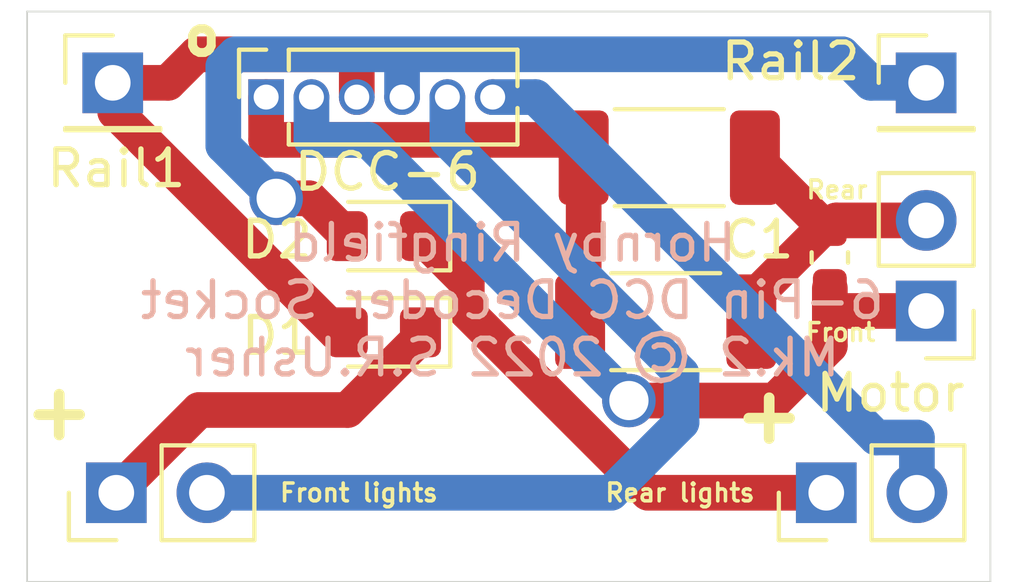
<source format=kicad_pcb>
(kicad_pcb (version 20171130) (host pcbnew "(5.1.7)-1")

  (general
    (thickness 1.6)
    (drawings 10)
    (tracks 59)
    (zones 0)
    (modules 11)
    (nets 10)
  )

  (page A4)
  (layers
    (0 F.Cu signal)
    (31 B.Cu signal)
    (32 B.Adhes user)
    (33 F.Adhes user)
    (34 B.Paste user)
    (35 F.Paste user)
    (36 B.SilkS user)
    (37 F.SilkS user)
    (38 B.Mask user)
    (39 F.Mask user)
    (40 Dwgs.User user)
    (41 Cmts.User user)
    (42 Eco1.User user)
    (43 Eco2.User user)
    (44 Edge.Cuts user)
    (45 Margin user)
    (46 B.CrtYd user)
    (47 F.CrtYd user)
    (48 B.Fab user)
    (49 F.Fab user)
  )

  (setup
    (last_trace_width 0.25)
    (trace_clearance 0.2)
    (zone_clearance 0.508)
    (zone_45_only no)
    (trace_min 0.2)
    (via_size 0.8)
    (via_drill 0.4)
    (via_min_size 0.4)
    (via_min_drill 0.3)
    (uvia_size 0.3)
    (uvia_drill 0.1)
    (uvias_allowed no)
    (uvia_min_size 0.2)
    (uvia_min_drill 0.1)
    (edge_width 0.05)
    (segment_width 0.2)
    (pcb_text_width 0.3)
    (pcb_text_size 1.5 1.5)
    (mod_edge_width 0.12)
    (mod_text_size 1 1)
    (mod_text_width 0.15)
    (pad_size 1.524 1.524)
    (pad_drill 0.762)
    (pad_to_mask_clearance 0)
    (aux_axis_origin 0 0)
    (visible_elements 7FFFFFFF)
    (pcbplotparams
      (layerselection 0x010fc_ffffffff)
      (usegerberextensions false)
      (usegerberattributes true)
      (usegerberadvancedattributes true)
      (creategerberjobfile true)
      (excludeedgelayer true)
      (linewidth 0.100000)
      (plotframeref false)
      (viasonmask false)
      (mode 1)
      (useauxorigin false)
      (hpglpennumber 1)
      (hpglpenspeed 20)
      (hpglpendiameter 15.000000)
      (psnegative false)
      (psa4output false)
      (plotreference true)
      (plotvalue true)
      (plotinvisibletext false)
      (padsonsilk false)
      (subtractmaskfromsilk false)
      (outputformat 1)
      (mirror false)
      (drillshape 0)
      (scaleselection 1)
      (outputdirectory "Gerber/"))
  )

  (net 0 "")
  (net 1 RAIL1)
  (net 2 RAIL2)
  (net 3 LED-NEG-2)
  (net 4 LED-NEG-1)
  (net 5 MOTOR2)
  (net 6 MOTOR1)
  (net 7 LIGHT-PWR1)
  (net 8 LIGHT-PWR2)
  (net 9 MOTOR1_OUT)

  (net_class Default "This is the default net class."
    (clearance 0.2)
    (trace_width 0.25)
    (via_dia 0.8)
    (via_drill 0.4)
    (uvia_dia 0.3)
    (uvia_drill 0.1)
  )

  (net_class POWER ""
    (clearance 0.2)
    (trace_width 1)
    (via_dia 1.5)
    (via_drill 1.1)
    (uvia_dia 0.3)
    (uvia_drill 0.1)
    (add_net LED-NEG-1)
    (add_net LED-NEG-2)
    (add_net LIGHT-PWR1)
    (add_net LIGHT-PWR2)
    (add_net MOTOR1)
    (add_net MOTOR1_OUT)
    (add_net MOTOR2)
    (add_net RAIL1)
    (add_net RAIL2)
  )

  (module Diode_SMD:D_0805_2012Metric_Pad1.15x1.40mm_HandSolder (layer F.Cu) (tedit 5F68FEF0) (tstamp 634C219B)
    (at 140 73.3 180)
    (descr "Diode SMD 0805 (2012 Metric), square (rectangular) end terminal, IPC_7351 nominal, (Body size source: https://docs.google.com/spreadsheets/d/1BsfQQcO9C6DZCsRaXUlFlo91Tg2WpOkGARC1WS5S8t0/edit?usp=sharing), generated with kicad-footprint-generator")
    (tags "diode handsolder")
    (path /634C9410)
    (attr smd)
    (fp_text reference D2 (at 3 -0.1) (layer F.SilkS)
      (effects (font (size 1 1) (thickness 0.15)))
    )
    (fp_text value D (at 0 1.65) (layer F.Fab)
      (effects (font (size 1 1) (thickness 0.15)))
    )
    (fp_text user %R (at 0 0) (layer F.Fab)
      (effects (font (size 0.5 0.5) (thickness 0.08)))
    )
    (fp_line (start 1 -0.6) (end -0.7 -0.6) (layer F.Fab) (width 0.1))
    (fp_line (start -0.7 -0.6) (end -1 -0.3) (layer F.Fab) (width 0.1))
    (fp_line (start -1 -0.3) (end -1 0.6) (layer F.Fab) (width 0.1))
    (fp_line (start -1 0.6) (end 1 0.6) (layer F.Fab) (width 0.1))
    (fp_line (start 1 0.6) (end 1 -0.6) (layer F.Fab) (width 0.1))
    (fp_line (start 1 -0.96) (end -1.86 -0.96) (layer F.SilkS) (width 0.12))
    (fp_line (start -1.86 -0.96) (end -1.86 0.96) (layer F.SilkS) (width 0.12))
    (fp_line (start -1.86 0.96) (end 1 0.96) (layer F.SilkS) (width 0.12))
    (fp_line (start -1.85 0.95) (end -1.85 -0.95) (layer F.CrtYd) (width 0.05))
    (fp_line (start -1.85 -0.95) (end 1.85 -0.95) (layer F.CrtYd) (width 0.05))
    (fp_line (start 1.85 -0.95) (end 1.85 0.95) (layer F.CrtYd) (width 0.05))
    (fp_line (start 1.85 0.95) (end -1.85 0.95) (layer F.CrtYd) (width 0.05))
    (pad 2 smd roundrect (at 1.025 0 180) (size 1.15 1.4) (layers F.Cu F.Paste F.Mask) (roundrect_rratio 0.217391)
      (net 2 RAIL2))
    (pad 1 smd roundrect (at -1.025 0 180) (size 1.15 1.4) (layers F.Cu F.Paste F.Mask) (roundrect_rratio 0.217391)
      (net 8 LIGHT-PWR2))
    (model ${KISYS3DMOD}/Diode_SMD.3dshapes/D_0805_2012Metric.wrl
      (at (xyz 0 0 0))
      (scale (xyz 1 1 1))
      (rotate (xyz 0 0 0))
    )
  )

  (module Diode_SMD:D_0805_2012Metric_Pad1.15x1.40mm_HandSolder (layer F.Cu) (tedit 5F68FEF0) (tstamp 634C25F2)
    (at 140 76 180)
    (descr "Diode SMD 0805 (2012 Metric), square (rectangular) end terminal, IPC_7351 nominal, (Body size source: https://docs.google.com/spreadsheets/d/1BsfQQcO9C6DZCsRaXUlFlo91Tg2WpOkGARC1WS5S8t0/edit?usp=sharing), generated with kicad-footprint-generator")
    (tags "diode handsolder")
    (path /634C7C56)
    (attr smd)
    (fp_text reference D1 (at 3 -0.1) (layer F.SilkS)
      (effects (font (size 1 1) (thickness 0.15)))
    )
    (fp_text value D (at 0 1.65) (layer F.Fab)
      (effects (font (size 1 1) (thickness 0.15)))
    )
    (fp_text user %R (at 0 0) (layer F.Fab)
      (effects (font (size 0.5 0.5) (thickness 0.08)))
    )
    (fp_line (start 1 -0.6) (end -0.7 -0.6) (layer F.Fab) (width 0.1))
    (fp_line (start -0.7 -0.6) (end -1 -0.3) (layer F.Fab) (width 0.1))
    (fp_line (start -1 -0.3) (end -1 0.6) (layer F.Fab) (width 0.1))
    (fp_line (start -1 0.6) (end 1 0.6) (layer F.Fab) (width 0.1))
    (fp_line (start 1 0.6) (end 1 -0.6) (layer F.Fab) (width 0.1))
    (fp_line (start 1 -0.96) (end -1.86 -0.96) (layer F.SilkS) (width 0.12))
    (fp_line (start -1.86 -0.96) (end -1.86 0.96) (layer F.SilkS) (width 0.12))
    (fp_line (start -1.86 0.96) (end 1 0.96) (layer F.SilkS) (width 0.12))
    (fp_line (start -1.85 0.95) (end -1.85 -0.95) (layer F.CrtYd) (width 0.05))
    (fp_line (start -1.85 -0.95) (end 1.85 -0.95) (layer F.CrtYd) (width 0.05))
    (fp_line (start 1.85 -0.95) (end 1.85 0.95) (layer F.CrtYd) (width 0.05))
    (fp_line (start 1.85 0.95) (end -1.85 0.95) (layer F.CrtYd) (width 0.05))
    (pad 2 smd roundrect (at 1.025 0 180) (size 1.15 1.4) (layers F.Cu F.Paste F.Mask) (roundrect_rratio 0.217391)
      (net 1 RAIL1))
    (pad 1 smd roundrect (at -1.025 0 180) (size 1.15 1.4) (layers F.Cu F.Paste F.Mask) (roundrect_rratio 0.217391)
      (net 7 LIGHT-PWR1))
    (model ${KISYS3DMOD}/Diode_SMD.3dshapes/D_0805_2012Metric.wrl
      (at (xyz 0 0 0))
      (scale (xyz 1 1 1))
      (rotate (xyz 0 0 0))
    )
  )

  (module Resistor_SMD:R_2010_5025Metric_Pad1.40x2.65mm_HandSolder (layer F.Cu) (tedit 5F68FEEE) (tstamp 635D3803)
    (at 148 71.1)
    (descr "Resistor SMD 2010 (5025 Metric), square (rectangular) end terminal, IPC_7351 nominal with elongated pad for handsoldering. (Body size source: IPC-SM-782 page 72, https://www.pcb-3d.com/wordpress/wp-content/uploads/ipc-sm-782a_amendment_1_and_2.pdf), generated with kicad-footprint-generator")
    (tags "resistor handsolder")
    (path /635D57BE)
    (attr smd)
    (fp_text reference MOTOR1_R2 (at 0 -2.28) (layer F.SilkS) hide
      (effects (font (size 1 1) (thickness 0.15)))
    )
    (fp_text value 10 (at 0 2.28) (layer F.Fab) hide
      (effects (font (size 1 1) (thickness 0.15)))
    )
    (fp_line (start -2.5 1.25) (end -2.5 -1.25) (layer F.Fab) (width 0.1))
    (fp_line (start -2.5 -1.25) (end 2.5 -1.25) (layer F.Fab) (width 0.1))
    (fp_line (start 2.5 -1.25) (end 2.5 1.25) (layer F.Fab) (width 0.1))
    (fp_line (start 2.5 1.25) (end -2.5 1.25) (layer F.Fab) (width 0.1))
    (fp_line (start -1.527064 -1.36) (end 1.527064 -1.36) (layer F.SilkS) (width 0.12))
    (fp_line (start -1.527064 1.36) (end 1.527064 1.36) (layer F.SilkS) (width 0.12))
    (fp_line (start -3.35 1.58) (end -3.35 -1.58) (layer F.CrtYd) (width 0.05))
    (fp_line (start -3.35 -1.58) (end 3.35 -1.58) (layer F.CrtYd) (width 0.05))
    (fp_line (start 3.35 -1.58) (end 3.35 1.58) (layer F.CrtYd) (width 0.05))
    (fp_line (start 3.35 1.58) (end -3.35 1.58) (layer F.CrtYd) (width 0.05))
    (fp_text user %R (at 0 0) (layer F.Fab)
      (effects (font (size 1 1) (thickness 0.15)))
    )
    (pad 2 smd roundrect (at 2.4 0) (size 1.4 2.65) (layers F.Cu F.Paste F.Mask) (roundrect_rratio 0.178571)
      (net 9 MOTOR1_OUT))
    (pad 1 smd roundrect (at -2.4 0) (size 1.4 2.65) (layers F.Cu F.Paste F.Mask) (roundrect_rratio 0.178571)
      (net 6 MOTOR1))
    (model ${KISYS3DMOD}/Resistor_SMD.3dshapes/R_2010_5025Metric.wrl
      (at (xyz 0 0 0))
      (scale (xyz 1 1 1))
      (rotate (xyz 0 0 0))
    )
  )

  (module Resistor_SMD:R_2010_5025Metric_Pad1.40x2.65mm_HandSolder (layer F.Cu) (tedit 5F68FEEE) (tstamp 635D37F2)
    (at 147.9 75.7)
    (descr "Resistor SMD 2010 (5025 Metric), square (rectangular) end terminal, IPC_7351 nominal with elongated pad for handsoldering. (Body size source: IPC-SM-782 page 72, https://www.pcb-3d.com/wordpress/wp-content/uploads/ipc-sm-782a_amendment_1_and_2.pdf), generated with kicad-footprint-generator")
    (tags "resistor handsolder")
    (path /635D5364)
    (attr smd)
    (fp_text reference MOTOR1_R1 (at 0 -2.28) (layer F.SilkS) hide
      (effects (font (size 1 1) (thickness 0.15)))
    )
    (fp_text value 10 (at 0 2.28) (layer F.Fab) hide
      (effects (font (size 1 1) (thickness 0.15)))
    )
    (fp_line (start -2.5 1.25) (end -2.5 -1.25) (layer F.Fab) (width 0.1))
    (fp_line (start -2.5 -1.25) (end 2.5 -1.25) (layer F.Fab) (width 0.1))
    (fp_line (start 2.5 -1.25) (end 2.5 1.25) (layer F.Fab) (width 0.1))
    (fp_line (start 2.5 1.25) (end -2.5 1.25) (layer F.Fab) (width 0.1))
    (fp_line (start -1.527064 -1.36) (end 1.527064 -1.36) (layer F.SilkS) (width 0.12))
    (fp_line (start -1.527064 1.36) (end 1.527064 1.36) (layer F.SilkS) (width 0.12))
    (fp_line (start -3.35 1.58) (end -3.35 -1.58) (layer F.CrtYd) (width 0.05))
    (fp_line (start -3.35 -1.58) (end 3.35 -1.58) (layer F.CrtYd) (width 0.05))
    (fp_line (start 3.35 -1.58) (end 3.35 1.58) (layer F.CrtYd) (width 0.05))
    (fp_line (start 3.35 1.58) (end -3.35 1.58) (layer F.CrtYd) (width 0.05))
    (fp_text user %R (at -5.3 -6.7) (layer F.Fab)
      (effects (font (size 1 1) (thickness 0.15)))
    )
    (pad 2 smd roundrect (at 2.4 0) (size 1.4 2.65) (layers F.Cu F.Paste F.Mask) (roundrect_rratio 0.178571)
      (net 9 MOTOR1_OUT))
    (pad 1 smd roundrect (at -2.4 0) (size 1.4 2.65) (layers F.Cu F.Paste F.Mask) (roundrect_rratio 0.178571)
      (net 6 MOTOR1))
    (model ${KISYS3DMOD}/Resistor_SMD.3dshapes/R_2010_5025Metric.wrl
      (at (xyz 0 0 0))
      (scale (xyz 1 1 1))
      (rotate (xyz 0 0 0))
    )
  )

  (module Capacitor_SMD:C_0603_1608Metric_Pad1.08x0.95mm_HandSolder (layer F.Cu) (tedit 5F68FEEF) (tstamp 6355C7BB)
    (at 152.5 73.9 270)
    (descr "Capacitor SMD 0603 (1608 Metric), square (rectangular) end terminal, IPC_7351 nominal with elongated pad for handsoldering. (Body size source: IPC-SM-782 page 76, https://www.pcb-3d.com/wordpress/wp-content/uploads/ipc-sm-782a_amendment_1_and_2.pdf), generated with kicad-footprint-generator")
    (tags "capacitor handsolder")
    (path /63556C06)
    (attr smd)
    (fp_text reference C1 (at -0.5 2 180) (layer F.SilkS)
      (effects (font (size 1 1) (thickness 0.15)))
    )
    (fp_text value 1uF (at 0 1.43 90) (layer F.Fab) hide
      (effects (font (size 1 1) (thickness 0.15)))
    )
    (fp_line (start -0.8 0.4) (end -0.8 -0.4) (layer F.Fab) (width 0.1))
    (fp_line (start -0.8 -0.4) (end 0.8 -0.4) (layer F.Fab) (width 0.1))
    (fp_line (start 0.8 -0.4) (end 0.8 0.4) (layer F.Fab) (width 0.1))
    (fp_line (start 0.8 0.4) (end -0.8 0.4) (layer F.Fab) (width 0.1))
    (fp_line (start -0.146267 -0.51) (end 0.146267 -0.51) (layer F.SilkS) (width 0.12))
    (fp_line (start -0.146267 0.51) (end 0.146267 0.51) (layer F.SilkS) (width 0.12))
    (fp_line (start -1.65 0.73) (end -1.65 -0.73) (layer F.CrtYd) (width 0.05))
    (fp_line (start -1.65 -0.73) (end 1.65 -0.73) (layer F.CrtYd) (width 0.05))
    (fp_line (start 1.65 -0.73) (end 1.65 0.73) (layer F.CrtYd) (width 0.05))
    (fp_line (start 1.65 0.73) (end -1.65 0.73) (layer F.CrtYd) (width 0.05))
    (fp_text user %R (at 0 0 90) (layer F.Fab) hide
      (effects (font (size 0.4 0.4) (thickness 0.06)))
    )
    (pad 2 smd roundrect (at 0.8625 0 270) (size 1.075 0.95) (layers F.Cu F.Paste F.Mask) (roundrect_rratio 0.25)
      (net 5 MOTOR2))
    (pad 1 smd roundrect (at -0.8625 0 270) (size 1.075 0.95) (layers F.Cu F.Paste F.Mask) (roundrect_rratio 0.25)
      (net 9 MOTOR1_OUT))
    (model ${KISYS3DMOD}/Capacitor_SMD.3dshapes/C_0603_1608Metric.wrl
      (at (xyz 0 0 0))
      (scale (xyz 1 1 1))
      (rotate (xyz 0 0 0))
    )
  )

  (module Connector_PinHeader_2.54mm:PinHeader_1x02_P2.54mm_Vertical (layer F.Cu) (tedit 59FED5CC) (tstamp 634C2BD6)
    (at 152.4 80.5 90)
    (descr "Through hole straight pin header, 1x02, 2.54mm pitch, single row")
    (tags "Through hole pin header THT 1x02 2.54mm single row")
    (path /634D0E31)
    (fp_text reference "Rear lights" (at 0 -4.1 180) (layer F.SilkS)
      (effects (font (size 0.5 0.5) (thickness 0.1)))
    )
    (fp_text value Conn_01x02_Male (at 0 4.87 90) (layer F.Fab) hide
      (effects (font (size 1 1) (thickness 0.15)))
    )
    (fp_line (start -0.635 -1.27) (end 1.27 -1.27) (layer F.Fab) (width 0.1))
    (fp_line (start 1.27 -1.27) (end 1.27 3.81) (layer F.Fab) (width 0.1))
    (fp_line (start 1.27 3.81) (end -1.27 3.81) (layer F.Fab) (width 0.1))
    (fp_line (start -1.27 3.81) (end -1.27 -0.635) (layer F.Fab) (width 0.1))
    (fp_line (start -1.27 -0.635) (end -0.635 -1.27) (layer F.Fab) (width 0.1))
    (fp_line (start -1.33 3.87) (end 1.33 3.87) (layer F.SilkS) (width 0.12))
    (fp_line (start -1.33 1.27) (end -1.33 3.87) (layer F.SilkS) (width 0.12))
    (fp_line (start 1.33 1.27) (end 1.33 3.87) (layer F.SilkS) (width 0.12))
    (fp_line (start -1.33 1.27) (end 1.33 1.27) (layer F.SilkS) (width 0.12))
    (fp_line (start -1.33 0) (end -1.33 -1.33) (layer F.SilkS) (width 0.12))
    (fp_line (start -1.33 -1.33) (end 0 -1.33) (layer F.SilkS) (width 0.12))
    (fp_line (start -1.8 -1.8) (end -1.8 4.35) (layer F.CrtYd) (width 0.05))
    (fp_line (start -1.8 4.35) (end 1.8 4.35) (layer F.CrtYd) (width 0.05))
    (fp_line (start 1.8 4.35) (end 1.8 -1.8) (layer F.CrtYd) (width 0.05))
    (fp_line (start 1.8 -1.8) (end -1.8 -1.8) (layer F.CrtYd) (width 0.05))
    (fp_text user %R (at 0 1.27) (layer F.Fab)
      (effects (font (size 1 1) (thickness 0.15)))
    )
    (pad 2 thru_hole oval (at 0 2.54 90) (size 1.7 1.7) (drill 1) (layers *.Cu *.Mask)
      (net 3 LED-NEG-2))
    (pad 1 thru_hole rect (at 0 0 90) (size 1.7 1.7) (drill 1) (layers *.Cu *.Mask)
      (net 8 LIGHT-PWR2))
    (model ${KISYS3DMOD}/Connector_PinHeader_2.54mm.3dshapes/PinHeader_1x02_P2.54mm_Vertical.wrl
      (at (xyz 0 0 0))
      (scale (xyz 1 1 1))
      (rotate (xyz 0 0 0))
    )
  )

  (module Connector_PinHeader_2.54mm:PinHeader_1x02_P2.54mm_Vertical (layer F.Cu) (tedit 59FED5CC) (tstamp 634C2BC0)
    (at 155.2 75.4 180)
    (descr "Through hole straight pin header, 1x02, 2.54mm pitch, single row")
    (tags "Through hole pin header THT 1x02 2.54mm single row")
    (path /634CFA19)
    (fp_text reference Motor (at 1 -2.3 180) (layer F.SilkS)
      (effects (font (size 1 1) (thickness 0.15)))
    )
    (fp_text value Conn_01x02_Male (at 0 4.87) (layer F.Fab) hide
      (effects (font (size 1 1) (thickness 0.15)))
    )
    (fp_line (start -0.635 -1.27) (end 1.27 -1.27) (layer F.Fab) (width 0.1))
    (fp_line (start 1.27 -1.27) (end 1.27 3.81) (layer F.Fab) (width 0.1))
    (fp_line (start 1.27 3.81) (end -1.27 3.81) (layer F.Fab) (width 0.1))
    (fp_line (start -1.27 3.81) (end -1.27 -0.635) (layer F.Fab) (width 0.1))
    (fp_line (start -1.27 -0.635) (end -0.635 -1.27) (layer F.Fab) (width 0.1))
    (fp_line (start -1.33 3.87) (end 1.33 3.87) (layer F.SilkS) (width 0.12))
    (fp_line (start -1.33 1.27) (end -1.33 3.87) (layer F.SilkS) (width 0.12))
    (fp_line (start 1.33 1.27) (end 1.33 3.87) (layer F.SilkS) (width 0.12))
    (fp_line (start -1.33 1.27) (end 1.33 1.27) (layer F.SilkS) (width 0.12))
    (fp_line (start -1.33 0) (end -1.33 -1.33) (layer F.SilkS) (width 0.12))
    (fp_line (start -1.33 -1.33) (end 0 -1.33) (layer F.SilkS) (width 0.12))
    (fp_line (start -1.8 -1.8) (end -1.8 4.35) (layer F.CrtYd) (width 0.05))
    (fp_line (start -1.8 4.35) (end 1.8 4.35) (layer F.CrtYd) (width 0.05))
    (fp_line (start 1.8 4.35) (end 1.8 -1.8) (layer F.CrtYd) (width 0.05))
    (fp_line (start 1.8 -1.8) (end -1.8 -1.8) (layer F.CrtYd) (width 0.05))
    (fp_text user %R (at 0 1.27 90) (layer F.Fab)
      (effects (font (size 1 1) (thickness 0.15)))
    )
    (pad 2 thru_hole oval (at 0 2.54 180) (size 1.7 1.7) (drill 1) (layers *.Cu *.Mask)
      (net 9 MOTOR1_OUT))
    (pad 1 thru_hole rect (at 0 0 180) (size 1.7 1.7) (drill 1) (layers *.Cu *.Mask)
      (net 5 MOTOR2))
    (model ${KISYS3DMOD}/Connector_PinHeader_2.54mm.3dshapes/PinHeader_1x02_P2.54mm_Vertical.wrl
      (at (xyz 0 0 0))
      (scale (xyz 1 1 1))
      (rotate (xyz 0 0 0))
    )
  )

  (module Connector_PinHeader_2.54mm:PinHeader_1x02_P2.54mm_Vertical (layer F.Cu) (tedit 59FED5CC) (tstamp 634C2E91)
    (at 132.5 80.5 90)
    (descr "Through hole straight pin header, 1x02, 2.54mm pitch, single row")
    (tags "Through hole pin header THT 1x02 2.54mm single row")
    (path /634D075F)
    (fp_text reference "Front lights" (at 0 6.8 180) (layer F.SilkS)
      (effects (font (size 0.5 0.5) (thickness 0.1)))
    )
    (fp_text value Conn_01x02_Male (at 0 4.87 90) (layer F.Fab) hide
      (effects (font (size 1 1) (thickness 0.15)))
    )
    (fp_line (start -0.635 -1.27) (end 1.27 -1.27) (layer F.Fab) (width 0.1))
    (fp_line (start 1.27 -1.27) (end 1.27 3.81) (layer F.Fab) (width 0.1))
    (fp_line (start 1.27 3.81) (end -1.27 3.81) (layer F.Fab) (width 0.1))
    (fp_line (start -1.27 3.81) (end -1.27 -0.635) (layer F.Fab) (width 0.1))
    (fp_line (start -1.27 -0.635) (end -0.635 -1.27) (layer F.Fab) (width 0.1))
    (fp_line (start -1.33 3.87) (end 1.33 3.87) (layer F.SilkS) (width 0.12))
    (fp_line (start -1.33 1.27) (end -1.33 3.87) (layer F.SilkS) (width 0.12))
    (fp_line (start 1.33 1.27) (end 1.33 3.87) (layer F.SilkS) (width 0.12))
    (fp_line (start -1.33 1.27) (end 1.33 1.27) (layer F.SilkS) (width 0.12))
    (fp_line (start -1.33 0) (end -1.33 -1.33) (layer F.SilkS) (width 0.12))
    (fp_line (start -1.33 -1.33) (end 0 -1.33) (layer F.SilkS) (width 0.12))
    (fp_line (start -1.8 -1.8) (end -1.8 4.35) (layer F.CrtYd) (width 0.05))
    (fp_line (start -1.8 4.35) (end 1.8 4.35) (layer F.CrtYd) (width 0.05))
    (fp_line (start 1.8 4.35) (end 1.8 -1.8) (layer F.CrtYd) (width 0.05))
    (fp_line (start 1.8 -1.8) (end -1.8 -1.8) (layer F.CrtYd) (width 0.05))
    (fp_text user %R (at 0 1.27) (layer F.Fab)
      (effects (font (size 1 1) (thickness 0.15)))
    )
    (pad 2 thru_hole oval (at 0 2.54 90) (size 1.7 1.7) (drill 1) (layers *.Cu *.Mask)
      (net 4 LED-NEG-1))
    (pad 1 thru_hole rect (at 0 0 90) (size 1.7 1.7) (drill 1) (layers *.Cu *.Mask)
      (net 7 LIGHT-PWR1))
    (model ${KISYS3DMOD}/Connector_PinHeader_2.54mm.3dshapes/PinHeader_1x02_P2.54mm_Vertical.wrl
      (at (xyz 0 0 0))
      (scale (xyz 1 1 1))
      (rotate (xyz 0 0 0))
    )
  )

  (module Connector_PinHeader_2.54mm:PinHeader_1x01_P2.54mm_Vertical (layer F.Cu) (tedit 59FED5CC) (tstamp 634C225F)
    (at 155.2 69)
    (descr "Through hole straight pin header, 1x01, 2.54mm pitch, single row")
    (tags "Through hole pin header THT 1x01 2.54mm single row")
    (path /634C4F4C)
    (fp_text reference Rail2 (at -3.8 -0.6) (layer F.SilkS)
      (effects (font (size 1 1) (thickness 0.15)))
    )
    (fp_text value Conn_01x01_Male (at 0 2.33) (layer F.Fab) hide
      (effects (font (size 1 1) (thickness 0.15)))
    )
    (fp_line (start -0.635 -1.27) (end 1.27 -1.27) (layer F.Fab) (width 0.1))
    (fp_line (start 1.27 -1.27) (end 1.27 1.27) (layer F.Fab) (width 0.1))
    (fp_line (start 1.27 1.27) (end -1.27 1.27) (layer F.Fab) (width 0.1))
    (fp_line (start -1.27 1.27) (end -1.27 -0.635) (layer F.Fab) (width 0.1))
    (fp_line (start -1.27 -0.635) (end -0.635 -1.27) (layer F.Fab) (width 0.1))
    (fp_line (start -1.33 1.33) (end 1.33 1.33) (layer F.SilkS) (width 0.12))
    (fp_line (start -1.33 1.27) (end -1.33 1.33) (layer F.SilkS) (width 0.12))
    (fp_line (start 1.33 1.27) (end 1.33 1.33) (layer F.SilkS) (width 0.12))
    (fp_line (start -1.33 1.27) (end 1.33 1.27) (layer F.SilkS) (width 0.12))
    (fp_line (start -1.33 0) (end -1.33 -1.33) (layer F.SilkS) (width 0.12))
    (fp_line (start -1.33 -1.33) (end 0 -1.33) (layer F.SilkS) (width 0.12))
    (fp_line (start -1.8 -1.8) (end -1.8 1.8) (layer F.CrtYd) (width 0.05))
    (fp_line (start -1.8 1.8) (end 1.8 1.8) (layer F.CrtYd) (width 0.05))
    (fp_line (start 1.8 1.8) (end 1.8 -1.8) (layer F.CrtYd) (width 0.05))
    (fp_line (start 1.8 -1.8) (end -1.8 -1.8) (layer F.CrtYd) (width 0.05))
    (fp_text user %R (at 0 0 90) (layer F.Fab)
      (effects (font (size 1 1) (thickness 0.15)))
    )
    (pad 1 thru_hole rect (at 0 0) (size 1.7 1.7) (drill 1) (layers *.Cu *.Mask)
      (net 2 RAIL2))
    (model ${KISYS3DMOD}/Connector_PinHeader_2.54mm.3dshapes/PinHeader_1x01_P2.54mm_Vertical.wrl
      (at (xyz 0 0 0))
      (scale (xyz 1 1 1))
      (rotate (xyz 0 0 0))
    )
  )

  (module Connector_PinHeader_2.54mm:PinHeader_1x01_P2.54mm_Vertical (layer F.Cu) (tedit 59FED5CC) (tstamp 634C224A)
    (at 132.4 69)
    (descr "Through hole straight pin header, 1x01, 2.54mm pitch, single row")
    (tags "Through hole pin header THT 1x01 2.54mm single row")
    (path /634C42AD)
    (fp_text reference Rail1 (at 0.1 2.4) (layer F.SilkS)
      (effects (font (size 1 1) (thickness 0.15)))
    )
    (fp_text value Conn_01x01_Male (at 0 2.33) (layer F.Fab) hide
      (effects (font (size 1 1) (thickness 0.15)))
    )
    (fp_line (start -0.635 -1.27) (end 1.27 -1.27) (layer F.Fab) (width 0.1))
    (fp_line (start 1.27 -1.27) (end 1.27 1.27) (layer F.Fab) (width 0.1))
    (fp_line (start 1.27 1.27) (end -1.27 1.27) (layer F.Fab) (width 0.1))
    (fp_line (start -1.27 1.27) (end -1.27 -0.635) (layer F.Fab) (width 0.1))
    (fp_line (start -1.27 -0.635) (end -0.635 -1.27) (layer F.Fab) (width 0.1))
    (fp_line (start -1.33 1.33) (end 1.33 1.33) (layer F.SilkS) (width 0.12))
    (fp_line (start -1.33 1.27) (end -1.33 1.33) (layer F.SilkS) (width 0.12))
    (fp_line (start 1.33 1.27) (end 1.33 1.33) (layer F.SilkS) (width 0.12))
    (fp_line (start -1.33 1.27) (end 1.33 1.27) (layer F.SilkS) (width 0.12))
    (fp_line (start -1.33 0) (end -1.33 -1.33) (layer F.SilkS) (width 0.12))
    (fp_line (start -1.33 -1.33) (end 0 -1.33) (layer F.SilkS) (width 0.12))
    (fp_line (start -1.8 -1.8) (end -1.8 1.8) (layer F.CrtYd) (width 0.05))
    (fp_line (start -1.8 1.8) (end 1.8 1.8) (layer F.CrtYd) (width 0.05))
    (fp_line (start 1.8 1.8) (end 1.8 -1.8) (layer F.CrtYd) (width 0.05))
    (fp_line (start 1.8 -1.8) (end -1.8 -1.8) (layer F.CrtYd) (width 0.05))
    (fp_text user %R (at 0 0 90) (layer F.Fab)
      (effects (font (size 1 1) (thickness 0.15)))
    )
    (pad 1 thru_hole rect (at 0 0) (size 1.7 1.7) (drill 1) (layers *.Cu *.Mask)
      (net 1 RAIL1))
    (model ${KISYS3DMOD}/Connector_PinHeader_2.54mm.3dshapes/PinHeader_1x01_P2.54mm_Vertical.wrl
      (at (xyz 0 0 0))
      (scale (xyz 1 1 1))
      (rotate (xyz 0 0 0))
    )
  )

  (module Connector_PinSocket_1.27mm:PinSocket_1x06_P1.27mm_Vertical (layer F.Cu) (tedit 5A19A420) (tstamp 634C21B7)
    (at 136.7 69.4 90)
    (descr "Through hole straight socket strip, 1x06, 1.27mm pitch, single row (from Kicad 4.0.7), script generated")
    (tags "Through hole socket strip THT 1x06 1.27mm single row")
    (path /634C1512)
    (fp_text reference DCC-6 (at -2.1 3.4) (layer F.SilkS)
      (effects (font (size 1 1) (thickness 0.15)))
    )
    (fp_text value Conn_01x06_Female (at 0 8.485 90) (layer F.Fab) hide
      (effects (font (size 1 1) (thickness 0.15)))
    )
    (fp_line (start -1.27 -0.635) (end 0.635 -0.635) (layer F.Fab) (width 0.1))
    (fp_line (start 0.635 -0.635) (end 1.27 0) (layer F.Fab) (width 0.1))
    (fp_line (start 1.27 0) (end 1.27 6.985) (layer F.Fab) (width 0.1))
    (fp_line (start 1.27 6.985) (end -1.27 6.985) (layer F.Fab) (width 0.1))
    (fp_line (start -1.27 6.985) (end -1.27 -0.635) (layer F.Fab) (width 0.1))
    (fp_line (start -1.33 0.635) (end -0.76 0.635) (layer F.SilkS) (width 0.12))
    (fp_line (start 0.76 0.635) (end 1.33 0.635) (layer F.SilkS) (width 0.12))
    (fp_line (start -1.33 0.635) (end -1.33 7.045) (layer F.SilkS) (width 0.12))
    (fp_line (start -1.33 7.045) (end -0.30753 7.045) (layer F.SilkS) (width 0.12))
    (fp_line (start 0.30753 7.045) (end 1.33 7.045) (layer F.SilkS) (width 0.12))
    (fp_line (start 1.33 0.635) (end 1.33 7.045) (layer F.SilkS) (width 0.12))
    (fp_line (start 1.33 -0.76) (end 1.33 0) (layer F.SilkS) (width 0.12))
    (fp_line (start 0 -0.76) (end 1.33 -0.76) (layer F.SilkS) (width 0.12))
    (fp_line (start -1.8 -1.15) (end 1.75 -1.15) (layer F.CrtYd) (width 0.05))
    (fp_line (start 1.75 -1.15) (end 1.75 7.5) (layer F.CrtYd) (width 0.05))
    (fp_line (start 1.75 7.5) (end -1.8 7.5) (layer F.CrtYd) (width 0.05))
    (fp_line (start -1.8 7.5) (end -1.8 -1.15) (layer F.CrtYd) (width 0.05))
    (fp_text user %R (at -2.1 3.4) (layer F.Fab)
      (effects (font (size 1 1) (thickness 0.15)))
    )
    (pad 6 thru_hole oval (at 0 6.35 90) (size 1 1) (drill 0.7) (layers *.Cu *.Mask)
      (net 3 LED-NEG-2))
    (pad 5 thru_hole oval (at 0 5.08 90) (size 1 1) (drill 0.7) (layers *.Cu *.Mask)
      (net 4 LED-NEG-1))
    (pad 4 thru_hole oval (at 0 3.81 90) (size 1 1) (drill 0.7) (layers *.Cu *.Mask)
      (net 2 RAIL2))
    (pad 3 thru_hole oval (at 0 2.54 90) (size 1 1) (drill 0.7) (layers *.Cu *.Mask)
      (net 1 RAIL1))
    (pad 2 thru_hole oval (at 0 1.27 90) (size 1 1) (drill 0.7) (layers *.Cu *.Mask)
      (net 5 MOTOR2))
    (pad 1 thru_hole rect (at 0 0 90) (size 1 1) (drill 0.7) (layers *.Cu *.Mask)
      (net 6 MOTOR1))
    (model ${KISYS3DMOD}/Connector_PinSocket_1.27mm.3dshapes/PinSocket_1x06_P1.27mm_Vertical.wrl
      (at (xyz 0 0 0))
      (scale (xyz 1 1 1))
      (rotate (xyz 0 0 0))
    )
  )

  (gr_text Front (at 152.8 76) (layer F.SilkS) (tstamp 635D4843)
    (effects (font (size 0.5 0.5) (thickness 0.1)))
  )
  (gr_text Rear (at 152.7 72) (layer F.SilkS)
    (effects (font (size 0.5 0.5) (thickness 0.1)))
  )
  (gr_text + (at 130.9 78.2) (layer F.SilkS)
    (effects (font (size 1.5 1.5) (thickness 0.3)))
  )
  (gr_text "Hornby Ringfield\n6-Pin DCC Decoder Socket\nMk.2 © 2022 S.R.Usher" (at 143.6 75.1) (layer B.SilkS) (tstamp 635D4258)
    (effects (font (size 1 1) (thickness 0.15)) (justify mirror))
  )
  (gr_text + (at 150.8 78.3) (layer F.SilkS)
    (effects (font (size 1.5 1.5) (thickness 0.3)))
  )
  (gr_text o (at 134.9 67.7) (layer F.SilkS)
    (effects (font (size 1 1) (thickness 0.25)))
  )
  (gr_line (start 130 83) (end 130 67) (layer Edge.Cuts) (width 0.05) (tstamp 634C2E64))
  (gr_line (start 157 83) (end 130 83) (layer Edge.Cuts) (width 0.05))
  (gr_line (start 157 67) (end 157 83) (layer Edge.Cuts) (width 0.05))
  (gr_line (start 130 67) (end 157 67) (layer Edge.Cuts) (width 0.05))

  (segment (start 132.4696 69) (end 132.4696 69.8104) (width 1) (layer F.Cu) (net 1))
  (segment (start 132.4696 69.8104) (end 138.6592 76) (width 1) (layer F.Cu) (net 1))
  (segment (start 138.6592 76) (end 138.975 76) (width 1) (layer F.Cu) (net 1))
  (segment (start 132.4696 69) (end 133.9503 69) (width 1) (layer F.Cu) (net 1))
  (segment (start 132.4 69) (end 132.4696 69) (width 1) (layer F.Cu) (net 1))
  (segment (start 139.24 69.4) (end 139.24 68.1997) (width 1) (layer F.Cu) (net 1))
  (segment (start 139.24 68.1997) (end 134.7506 68.1997) (width 1) (layer F.Cu) (net 1))
  (segment (start 134.7506 68.1997) (end 133.9503 69) (width 1) (layer F.Cu) (net 1))
  (segment (start 136.9815 72.2401) (end 137.9151 72.2401) (width 1) (layer F.Cu) (net 2))
  (segment (start 137.9151 72.2401) (end 138.975 73.3) (width 1) (layer F.Cu) (net 2))
  (segment (start 140.51 68.1997) (end 135.843 68.1997) (width 1) (layer B.Cu) (net 2))
  (segment (start 135.843 68.1997) (end 135.4996 68.5431) (width 1) (layer B.Cu) (net 2))
  (segment (start 135.4996 68.5431) (end 135.4996 70.7582) (width 1) (layer B.Cu) (net 2))
  (segment (start 135.4996 70.7582) (end 136.9815 72.2401) (width 1) (layer B.Cu) (net 2))
  (segment (start 140.51 68.4998) (end 140.51 68.1997) (width 1) (layer B.Cu) (net 2))
  (segment (start 140.51 69.4) (end 140.51 68.4998) (width 1) (layer B.Cu) (net 2))
  (segment (start 155.2 69) (end 153.6497 69) (width 1) (layer B.Cu) (net 2))
  (segment (start 140.51 68.1997) (end 152.8494 68.1997) (width 1) (layer B.Cu) (net 2))
  (segment (start 152.8494 68.1997) (end 153.6497 69) (width 1) (layer B.Cu) (net 2))
  (via (at 136.9815 72.2401) (size 1.5) (drill 1.1) (layers F.Cu B.Cu) (net 2))
  (segment (start 154.94 80.5) (end 154.94 78.9497) (width 1) (layer B.Cu) (net 3))
  (segment (start 143.05 69.4) (end 144.2503 69.4) (width 1) (layer B.Cu) (net 3))
  (segment (start 144.2503 69.4) (end 153.8 78.9497) (width 1) (layer B.Cu) (net 3))
  (segment (start 153.8 78.9497) (end 154.94 78.9497) (width 1) (layer B.Cu) (net 3))
  (segment (start 141.78 69.4) (end 141.78 70.6003) (width 1) (layer B.Cu) (net 4))
  (segment (start 141.78 70.6003) (end 148.3422 77.1625) (width 1) (layer B.Cu) (net 4))
  (segment (start 148.3422 77.1625) (end 148.3422 78.5265) (width 1) (layer B.Cu) (net 4))
  (segment (start 148.3422 78.5265) (end 146.3687 80.5) (width 1) (layer B.Cu) (net 4))
  (segment (start 146.3687 80.5) (end 135.04 80.5) (width 1) (layer B.Cu) (net 4))
  (segment (start 152.5 75.4) (end 152.5 74.7625) (width 1) (layer F.Cu) (net 5))
  (segment (start 146.8682 77.9129) (end 150.9628 77.9129) (width 1) (layer F.Cu) (net 5))
  (segment (start 150.9628 77.9129) (end 152.5 76.3757) (width 1) (layer F.Cu) (net 5))
  (segment (start 152.5 76.3757) (end 152.5 75.4) (width 1) (layer F.Cu) (net 5))
  (segment (start 153.6497 75.4) (end 152.5 75.4) (width 1) (layer F.Cu) (net 5))
  (segment (start 155.2 75.4) (end 153.6497 75.4) (width 1) (layer F.Cu) (net 5))
  (segment (start 137.97 69.4) (end 137.97 70.6003) (width 1) (layer B.Cu) (net 5))
  (segment (start 137.97 70.6003) (end 139.5556 70.6003) (width 1) (layer B.Cu) (net 5))
  (segment (start 139.5556 70.6003) (end 146.8682 77.9129) (width 1) (layer B.Cu) (net 5))
  (via (at 146.8682 77.9129) (size 1.5) (drill 1.1) (layers F.Cu B.Cu) (net 5))
  (segment (start 145.5 75.7) (end 145.6 75.6) (width 1) (layer F.Cu) (net 6))
  (segment (start 145.6 75.6) (end 145.6 71.1) (width 1) (layer F.Cu) (net 6))
  (segment (start 136.7 70.6003) (end 145.1003 70.6003) (width 1) (layer F.Cu) (net 6))
  (segment (start 145.1003 70.6003) (end 145.6 71.1) (width 1) (layer F.Cu) (net 6))
  (segment (start 136.7 69.4) (end 136.7 70.6003) (width 1) (layer F.Cu) (net 6))
  (segment (start 132.5 80.5) (end 134.8211 78.1789) (width 1) (layer F.Cu) (net 7))
  (segment (start 134.8211 78.1789) (end 138.9824 78.1789) (width 1) (layer F.Cu) (net 7))
  (segment (start 138.9824 78.1789) (end 141.025 76.1363) (width 1) (layer F.Cu) (net 7))
  (segment (start 141.025 76.1363) (end 141.025 76) (width 1) (layer F.Cu) (net 7))
  (segment (start 141.025 73.3) (end 142.3236 74.5986) (width 1) (layer F.Cu) (net 8))
  (segment (start 142.3236 74.5986) (end 142.3236 75.4193) (width 1) (layer F.Cu) (net 8))
  (segment (start 142.3236 75.4193) (end 147.4043 80.5) (width 1) (layer F.Cu) (net 8))
  (segment (start 147.4043 80.5) (end 152.4 80.5) (width 1) (layer F.Cu) (net 8))
  (segment (start 152.3395 73.0394) (end 150.3 75.0789) (width 1) (layer F.Cu) (net 9))
  (segment (start 150.3 75.0789) (end 150.3 75.7) (width 1) (layer F.Cu) (net 9))
  (segment (start 152.5 73.0375) (end 152.3414 73.0375) (width 1) (layer F.Cu) (net 9))
  (segment (start 152.3414 73.0375) (end 152.3395 73.0394) (width 1) (layer F.Cu) (net 9))
  (segment (start 152.3395 73.0394) (end 150.4 71.1) (width 1) (layer F.Cu) (net 9))
  (segment (start 155.2 72.86) (end 152.6775 72.86) (width 1) (layer F.Cu) (net 9))
  (segment (start 152.6775 72.86) (end 152.5 73.0375) (width 1) (layer F.Cu) (net 9))

)

</source>
